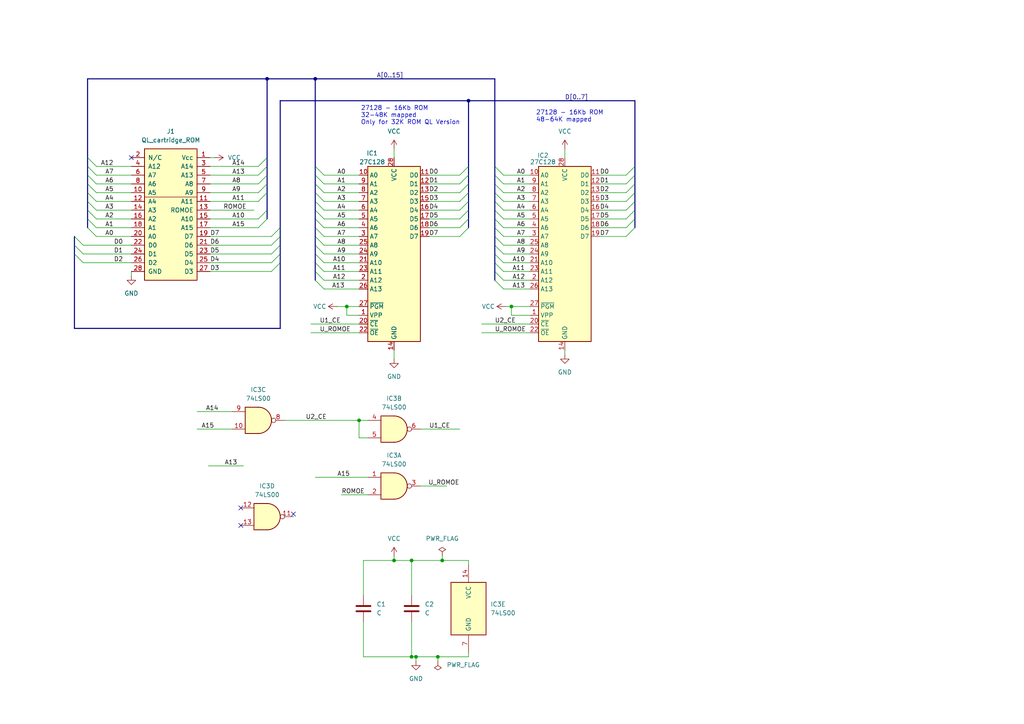
<source format=kicad_sch>
(kicad_sch (version 20211123) (generator eeschema)
  (paper "A4")
  (title_block (title "16Kb ROM Cartridge for Sinclair QL") (date "2022-02-02") (company "(c) 2022 Alvaro Alea Fdz.") (comment 1 "Use only 27C128 / 62256  / W27C512 as IC2") (comment 2 "https://ohwr.org/cern_ohl_s_v2.txt") (comment 3 "CERN Open Hardware Licence Version 2 - Strongly Reciprocal") (comment 4 "Under License"))
  (lib_symbols
    (symbol "74xx:74LS00" (pin_names (offset 1.016))
      (property "Reference" "U" (at 0 1.27 0))
      (property "Value" "74LS00" (at 0 -1.27 0))
      (symbol "74LS00_1_1"
        (arc (start 0 -3.81) (mid 3.81 0) (end 0 3.81) (stroke (width 0.254)) (fill (type background)))
        (polyline (pts (xy 0 3.81) (xy -3.81 3.81) (xy -3.81 -3.81) (xy 0 -3.81)) (stroke (width 0.254)) (fill (type background)))
        (pin input line (at -7.62 2.54 0) (length 3.81) (name "~") (number "1"))
        (pin input line (at -7.62 -2.54 0) (length 3.81) (name "~") (number "2"))
        (pin output inverted (at 7.62 0 180) (length 3.81) (name "~") (number "3"))
      )
      (symbol "74LS00_1_2"
        (arc (start -3.81 -3.81) (mid -2.589 0) (end -3.81 3.81) (stroke (width 0.254)))
        (arc (start -0.6096 -3.81) (mid 2.1855 -2.584) (end 3.81 0) (stroke (width 0.254)) (fill (type background)))
        (polyline (pts (xy -3.81 -3.81) (xy -0.635 -3.81)) (stroke (width 0.254)) (fill (type background)))
        (polyline (pts (xy -3.81 3.81) (xy -0.635 3.81)) (stroke (width 0.254)) (fill (type background)))
        (polyline (pts (xy -0.635 3.81) (xy -3.81 3.81) (xy -3.81 3.81) (xy -3.556 3.4036) (xy -3.0226 2.2606) (xy -2.6924 1.0414) (xy -2.6162 -0.254) (xy -2.7686 -1.4986) (xy -3.175 -2.7178) (xy -3.81 -3.81) (xy -3.81 -3.81) (xy -0.635 -3.81)) (stroke (width -25.4)) (fill (type background)))
        (arc (start 3.81 0) (mid 2.1928 2.5925) (end -0.6096 3.81) (stroke (width 0.254)) (fill (type background)))
        (pin input inverted (at -7.62 2.54 0) (length 4.318) (name "~") (number "1"))
        (pin input inverted (at -7.62 -2.54 0) (length 4.318) (name "~") (number "2"))
        (pin output line (at 7.62 0 180) (length 3.81) (name "~") (number "3"))
      )
      (symbol "74LS00_2_1"
        (arc (start 0 -3.81) (mid 3.81 0) (end 0 3.81) (stroke (width 0.254)) (fill (type background)))
        (polyline (pts (xy 0 3.81) (xy -3.81 3.81) (xy -3.81 -3.81) (xy 0 -3.81)) (stroke (width 0.254)) (fill (type background)))
        (pin input line (at -7.62 2.54 0) (length 3.81) (name "~") (number "4"))
        (pin input line (at -7.62 -2.54 0) (length 3.81) (name "~") (number "5"))
        (pin output inverted (at 7.62 0 180) (length 3.81) (name "~") (number "6"))
      )
      (symbol "74LS00_2_2"
        (arc (start -3.81 -3.81) (mid -2.589 0) (end -3.81 3.81) (stroke (width 0.254)))
        (arc (start -0.6096 -3.81) (mid 2.1855 -2.584) (end 3.81 0) (stroke (width 0.254)) (fill (type background)))
        (polyline (pts (xy -3.81 -3.81) (xy -0.635 -3.81)) (stroke (width 0.254)) (fill (type background)))
        (polyline (pts (xy -3.81 3.81) (xy -0.635 3.81)) (stroke (width 0.254)) (fill (type background)))
        (polyline (pts (xy -0.635 3.81) (xy -3.81 3.81) (xy -3.81 3.81) (xy -3.556 3.4036) (xy -3.0226 2.2606) (xy -2.6924 1.0414) (xy -2.6162 -0.254) (xy -2.7686 -1.4986) (xy -3.175 -2.7178) (xy -3.81 -3.81) (xy -3.81 -3.81) (xy -0.635 -3.81)) (stroke (width -25.4)) (fill (type background)))
        (arc (start 3.81 0) (mid 2.1928 2.5925) (end -0.6096 3.81) (stroke (width 0.254)) (fill (type background)))
        (pin input inverted (at -7.62 2.54 0) (length 4.318) (name "~") (number "4"))
        (pin input inverted (at -7.62 -2.54 0) (length 4.318) (name "~") (number "5"))
        (pin output line (at 7.62 0 180) (length 3.81) (name "~") (number "6"))
      )
      (symbol "74LS00_3_1"
        (arc (start 0 -3.81) (mid 3.81 0) (end 0 3.81) (stroke (width 0.254)) (fill (type background)))
        (polyline (pts (xy 0 3.81) (xy -3.81 3.81) (xy -3.81 -3.81) (xy 0 -3.81)) (stroke (width 0.254)) (fill (type background)))
        (pin input line (at -7.62 -2.54 0) (length 3.81) (name "~") (number "10"))
        (pin output inverted (at 7.62 0 180) (length 3.81) (name "~") (number "8"))
        (pin input line (at -7.62 2.54 0) (length 3.81) (name "~") (number "9"))
      )
      (symbol "74LS00_3_2"
        (arc (start -3.81 -3.81) (mid -2.589 0) (end -3.81 3.81) (stroke (width 0.254)))
        (arc (start -0.6096 -3.81) (mid 2.1855 -2.584) (end 3.81 0) (stroke (width 0.254)) (fill (type background)))
        (polyline (pts (xy -3.81 -3.81) (xy -0.635 -3.81)) (stroke (width 0.254)) (fill (type background)))
        (polyline (pts (xy -3.81 3.81) (xy -0.635 3.81)) (stroke (width 0.254)) (fill (type background)))
        (polyline (pts (xy -0.635 3.81) (xy -3.81 3.81) (xy -3.81 3.81) (xy -3.556 3.4036) (xy -3.0226 2.2606) (xy -2.6924 1.0414) (xy -2.6162 -0.254) (xy -2.7686 -1.4986) (xy -3.175 -2.7178) (xy -3.81 -3.81) (xy -3.81 -3.81) (xy -0.635 -3.81)) (stroke (width -25.4)) (fill (type background)))
        (arc (start 3.81 0) (mid 2.1928 2.5925) (end -0.6096 3.81) (stroke (width 0.254)) (fill (type background)))
        (pin input inverted (at -7.62 -2.54 0) (length 4.318) (name "~") (number "10"))
        (pin output line (at 7.62 0 180) (length 3.81) (name "~") (number "8"))
        (pin input inverted (at -7.62 2.54 0) (length 4.318) (name "~") (number "9"))
      )
      (symbol "74LS00_4_1"
        (arc (start 0 -3.81) (mid 3.81 0) (end 0 3.81) (stroke (width 0.254)) (fill (type background)))
        (polyline (pts (xy 0 3.81) (xy -3.81 3.81) (xy -3.81 -3.81) (xy 0 -3.81)) (stroke (width 0.254)) (fill (type background)))
        (pin output inverted (at 7.62 0 180) (length 3.81) (name "~") (number "11"))
        (pin input line (at -7.62 2.54 0) (length 3.81) (name "~") (number "12"))
        (pin input line (at -7.62 -2.54 0) (length 3.81) (name "~") (number "13"))
      )
      (symbol "74LS00_4_2"
        (arc (start -3.81 -3.81) (mid -2.589 0) (end -3.81 3.81) (stroke (width 0.254)))
        (arc (start -0.6096 -3.81) (mid 2.1855 -2.584) (end 3.81 0) (stroke (width 0.254)) (fill (type background)))
        (polyline (pts (xy -3.81 -3.81) (xy -0.635 -3.81)) (stroke (width 0.254)) (fill (type background)))
        (polyline (pts (xy -3.81 3.81) (xy -0.635 3.81)) (stroke (width 0.254)) (fill (type background)))
        (polyline (pts (xy -0.635 3.81) (xy -3.81 3.81) (xy -3.81 3.81) (xy -3.556 3.4036) (xy -3.0226 2.2606) (xy -2.6924 1.0414) (xy -2.6162 -0.254) (xy -2.7686 -1.4986) (xy -3.175 -2.7178) (xy -3.81 -3.81) (xy -3.81 -3.81) (xy -0.635 -3.81)) (stroke (width -25.4)) (fill (type background)))
        (arc (start 3.81 0) (mid 2.1928 2.5925) (end -0.6096 3.81) (stroke (width 0.254)) (fill (type background)))
        (pin output line (at 7.62 0 180) (length 3.81) (name "~") (number "11"))
        (pin input inverted (at -7.62 2.54 0) (length 4.318) (name "~") (number "12"))
        (pin input inverted (at -7.62 -2.54 0) (length 4.318) (name "~") (number "13"))
      )
      (symbol "74LS00_5_0"
        (pin power_in line (at 0 12.7 270) (length 5.08) (name "VCC") (number "14"))
        (pin power_in line (at 0 -12.7 90) (length 5.08) (name "GND") (number "7"))
      )
      (symbol "74LS00_5_1"
        (rectangle (start -5.08 7.62) (end 5.08 -7.62) (stroke (width 0.254)) (fill (type background)))
      )
    )
    (symbol "8bits:QL_cartridge_ROM" (pin_names (offset 1.016))
      (property "Reference" "J1" (at 1.27 27.94 0))
      (property "Value" "QL_cartridge_ROM" (at 1.27 25.4 0))
      (symbol "QL_cartridge_ROM_0_1"
        (polyline (pts (xy -6.35 8.89) (xy 8.89 8.89)))
      )
      (symbol "QL_cartridge_ROM_1_1"
        (rectangle (start -6.35 22.86) (end 8.89 -15.24) (stroke (width 0.254)) (fill (type background)))
        (pin passive line (at 12.7 20.32 180) (length 3.81) (name "Vcc") (number "1"))
        (pin passive line (at -10.16 10.16 0) (length 3.81) (name "A5") (number "10"))
        (pin passive line (at 12.7 7.62 180) (length 3.81) (name "A11") (number "11"))
        (pin passive line (at -10.16 7.62 0) (length 3.81) (name "A4") (number "12"))
        (pin passive line (at 12.7 5.08 180) (length 3.81) (name "ROMOE") (number "13"))
        (pin passive line (at -10.16 5.08 0) (length 3.81) (name "A3") (number "14"))
        (pin passive line (at 12.7 2.54 180) (length 3.81) (name "A10") (number "15"))
        (pin passive line (at -10.16 2.54 0) (length 3.81) (name "A2") (number "16"))
        (pin passive line (at 12.7 0 180) (length 3.81) (name "A15") (number "17"))
        (pin passive line (at -10.16 0 0) (length 3.81) (name "A1") (number "18"))
        (pin passive line (at 12.7 -2.54 180) (length 3.81) (name "D7") (number "19"))
        (pin passive line (at -10.16 20.32 0) (length 3.81) (name "N/C") (number "2"))
        (pin passive line (at -10.16 -2.54 0) (length 3.81) (name "A0") (number "20"))
        (pin passive line (at 12.7 -5.08 180) (length 3.81) (name "D6") (number "21"))
        (pin passive line (at -10.16 -5.08 0) (length 3.81) (name "D0") (number "22"))
        (pin passive line (at 12.7 -7.62 180) (length 3.81) (name "D5") (number "23"))
        (pin passive line (at -10.16 -7.62 0) (length 3.81) (name "D1") (number "24"))
        (pin passive line (at 12.7 -10.16 180) (length 3.81) (name "D4") (number "25"))
        (pin passive line (at -10.16 -10.16 0) (length 3.81) (name "D2") (number "26"))
        (pin passive line (at 12.7 -12.7 180) (length 3.81) (name "D3") (number "27"))
        (pin passive line (at -10.16 -12.7 0) (length 3.81) (name "GND") (number "28"))
        (pin passive line (at 12.7 17.78 180) (length 3.81) (name "A14") (number "3"))
        (pin passive line (at -10.16 17.78 0) (length 3.81) (name "A12") (number "4"))
        (pin passive line (at 12.7 15.24 180) (length 3.81) (name "A13") (number "5"))
        (pin passive line (at -10.16 15.24 0) (length 3.81) (name "A7") (number "6"))
        (pin passive line (at 12.7 12.7 180) (length 3.81) (name "A8") (number "7"))
        (pin passive line (at -10.16 12.7 0) (length 3.81) (name "A6") (number "8"))
        (pin passive line (at 12.7 10.16 180) (length 3.81) (name "A9") (number "9"))
      )
    )
    (symbol "Device:C" (pin_numbers hide) (pin_names (offset 0.254))
      (property "Reference" "C" (at 0.635 2.54 0))
      (property "Value" "C" (at 0.635 -2.54 0))
      (symbol "C_0_1"
        (polyline (pts (xy -2.032 -0.762) (xy 2.032 -0.762)) (stroke (width 0.508)))
        (polyline (pts (xy -2.032 0.762) (xy 2.032 0.762)) (stroke (width 0.508)))
      )
      (symbol "C_1_1"
        (pin passive line (at 0 3.81 270) (length 2.794) (name "~") (number "1"))
        (pin passive line (at 0 -3.81 90) (length 2.794) (name "~") (number "2"))
      )
    )
    (symbol "Memory_EPROM:27C128"
      (property "Reference" "U" (at -7.62 26.67 0))
      (property "Value" "27C128" (at 2.54 -26.67 0))
      (symbol "27C128_1_1"
        (rectangle (start -7.62 25.4) (end 7.62 -25.4) (stroke (width 0.254)) (fill (type background)))
        (pin input line (at -10.16 -17.78 0) (length 2.54) (name "VPP") (number "1"))
        (pin input line (at -10.16 22.86 0) (length 2.54) (name "A0") (number "10"))
        (pin tri_state line (at 10.16 22.86 180) (length 2.54) (name "D0") (number "11"))
        (pin tri_state line (at 10.16 20.32 180) (length 2.54) (name "D1") (number "12"))
        (pin tri_state line (at 10.16 17.78 180) (length 2.54) (name "D2") (number "13"))
        (pin power_in line (at 0 -27.94 90) (length 2.54) (name "GND") (number "14"))
        (pin tri_state line (at 10.16 15.24 180) (length 2.54) (name "D3") (number "15"))
        (pin tri_state line (at 10.16 12.7 180) (length 2.54) (name "D4") (number "16"))
        (pin tri_state line (at 10.16 10.16 180) (length 2.54) (name "D5") (number "17"))
        (pin tri_state line (at 10.16 7.62 180) (length 2.54) (name "D6") (number "18"))
        (pin tri_state line (at 10.16 5.08 180) (length 2.54) (name "D7") (number "19"))
        (pin input line (at -10.16 -7.62 0) (length 2.54) (name "A12") (number "2"))
        (pin input line (at -10.16 -20.32 0) (length 2.54) (name "~{CE}") (number "20"))
        (pin input line (at -10.16 -2.54 0) (length 2.54) (name "A10") (number "21"))
        (pin input line (at -10.16 -22.86 0) (length 2.54) (name "~{OE}") (number "22"))
        (pin input line (at -10.16 -5.08 0) (length 2.54) (name "A11") (number "23"))
        (pin input line (at -10.16 0 0) (length 2.54) (name "A9") (number "24"))
        (pin input line (at -10.16 2.54 0) (length 2.54) (name "A8") (number "25"))
        (pin input line (at -10.16 -10.16 0) (length 2.54) (name "A13") (number "26"))
        (pin input line (at -10.16 -15.24 0) (length 2.54) (name "~{PGM}") (number "27"))
        (pin power_in line (at 0 27.94 270) (length 2.54) (name "VCC") (number "28"))
        (pin input line (at -10.16 5.08 0) (length 2.54) (name "A7") (number "3"))
        (pin input line (at -10.16 7.62 0) (length 2.54) (name "A6") (number "4"))
        (pin input line (at -10.16 10.16 0) (length 2.54) (name "A5") (number "5"))
        (pin input line (at -10.16 12.7 0) (length 2.54) (name "A4") (number "6"))
        (pin input line (at -10.16 15.24 0) (length 2.54) (name "A3") (number "7"))
        (pin input line (at -10.16 17.78 0) (length 2.54) (name "A2") (number "8"))
        (pin input line (at -10.16 20.32 0) (length 2.54) (name "A1") (number "9"))
      )
    )
    (symbol "power:GND" (power) (pin_names (offset 0))
      (property "Value" "GND" (at 0 -3.81 0))
      (symbol "GND_0_1"
        (polyline (pts (xy 0 0) (xy 0 -1.27) (xy 1.27 -1.27) (xy 0 -2.54) (xy -1.27 -1.27) (xy 0 -1.27)))
      )
      (symbol "GND_1_1"
        (pin power_in line (at 0 0 270) (length 0) hide (name "GND") (number "1"))
      )
    )
    (symbol "power:PWR_FLAG" (power) (pin_numbers hide) (pin_names (offset 0) hide)
      (property "Value" "PWR_FLAG" (at 0 3.81 0))
      (symbol "PWR_FLAG_0_0"
        (pin power_out line (at 0 0 90) (length 0) (name "pwr") (number "1"))
      )
      (symbol "PWR_FLAG_0_1"
        (polyline (pts (xy 0 0) (xy 0 1.27) (xy -1.016 1.905) (xy 0 2.54) (xy 1.016 1.905) (xy 0 1.27)))
      )
    )
    (symbol "power:VCC" (power) (pin_names (offset 0))
      (property "Value" "VCC" (at 0 3.81 0))
      (symbol "VCC_0_1"
        (polyline (pts (xy -0.762 1.27) (xy 0 2.54)))
        (polyline (pts (xy 0 0) (xy 0 2.54)))
        (polyline (pts (xy 0 2.54) (xy 0.762 1.27)))
      )
      (symbol "VCC_1_1"
        (pin power_in line (at 0 0 90) (length 0) hide (name "VCC") (number "1"))
      )
    )
  )
  (junction (at 91.44 22.86))
  (junction (at 114.3 162.56))
  (junction (at 119.38 162.56))
  (junction (at 128.27 162.56))
  (junction (at 135.89 29.21))
  (junction (at 100.584 88.9))
  (junction (at 104.14 121.92))
  (junction (at 148.336 88.9))
  (junction (at 127 190.5))
  (junction (at 120.65 190.5))
  (junction (at 119.38 190.5))
  (junction (at 77.47 22.86))
  (no_connect (at 69.85 147.32))
  (no_connect (at 85.09 149.098))
  (no_connect (at 69.85 152.4))
  (no_connect (at 38.1 45.72))
  (bus_entry (at 143.51 71.12) (size 2.54 2.54))
  (bus_entry (at 91.44 50.8) (size 2.54 2.54))
  (bus_entry (at 184.15 66.04) (size -2.54 2.54))
  (bus_entry (at 25.4 53.34) (size 2.54 2.54))
  (bus_entry (at 81.28 66.04) (size -2.54 2.54))
  (bus_entry (at 135.89 50.8) (size -2.54 2.54))
  (bus_entry (at 91.44 66.04) (size 2.54 2.54))
  (bus_entry (at 143.51 53.34) (size 2.54 2.54))
  (bus_entry (at 25.4 60.96) (size 2.54 2.54))
  (bus_entry (at 77.47 60.96) (size -2.54 2.54))
  (bus_entry (at 25.4 45.72) (size 2.54 2.54))
  (bus_entry (at 77.47 48.26) (size -2.54 2.54))
  (bus_entry (at 77.47 55.88) (size -2.54 2.54))
  (bus_entry (at 184.15 55.88) (size -2.54 2.54))
  (bus_entry (at 135.89 63.5) (size -2.54 2.54))
  (bus_entry (at 143.51 63.5) (size 2.54 2.54))
  (bus_entry (at 25.4 48.26) (size 2.54 2.54))
  (bus_entry (at 143.51 55.88) (size 2.54 2.54))
  (bus_entry (at 91.44 58.42) (size 2.54 2.54))
  (bus_entry (at 81.28 68.58) (size -2.54 2.54))
  (bus_entry (at 21.59 68.58) (size 2.54 2.54))
  (bus_entry (at 184.15 50.8) (size -2.54 2.54))
  (bus_entry (at 21.59 73.66) (size 2.54 2.54))
  (bus_entry (at 25.4 63.5) (size 2.54 2.54))
  (bus_entry (at 91.44 60.96) (size 2.54 2.54))
  (bus_entry (at 25.4 58.42) (size 2.54 2.54))
  (bus_entry (at 143.51 76.2) (size 2.54 2.54))
  (bus_entry (at 143.51 68.58) (size 2.54 2.54))
  (bus_entry (at 135.89 55.88) (size -2.54 2.54))
  (bus_entry (at 184.15 58.42) (size -2.54 2.54))
  (bus_entry (at 184.15 48.26) (size -2.54 2.54))
  (bus_entry (at 135.89 48.26) (size -2.54 2.54))
  (bus_entry (at 91.44 63.5) (size 2.54 2.54))
  (bus_entry (at 77.47 53.34) (size -2.54 2.54))
  (bus_entry (at 135.89 58.42) (size -2.54 2.54))
  (bus_entry (at 135.89 60.96) (size -2.54 2.54))
  (bus_entry (at 143.51 81.28) (size 2.54 2.54))
  (bus_entry (at 143.51 73.66) (size 2.54 2.54))
  (bus_entry (at 77.47 63.5) (size -2.54 2.54))
  (bus_entry (at 91.44 71.12) (size 2.54 2.54))
  (bus_entry (at 135.89 53.34) (size -2.54 2.54))
  (bus_entry (at 91.44 53.34) (size 2.54 2.54))
  (bus_entry (at 91.44 76.2) (size 2.54 2.54))
  (bus_entry (at 184.15 60.96) (size -2.54 2.54))
  (bus_entry (at 21.59 71.12) (size 2.54 2.54))
  (bus_entry (at 77.47 50.8) (size -2.54 2.54))
  (bus_entry (at 91.44 48.26) (size 2.54 2.54))
  (bus_entry (at 91.44 68.58) (size 2.54 2.54))
  (bus_entry (at 143.51 66.04) (size 2.54 2.54))
  (bus_entry (at 81.28 73.66) (size -2.54 2.54))
  (bus_entry (at 81.28 76.2) (size -2.54 2.54))
  (bus_entry (at 25.4 55.88) (size 2.54 2.54))
  (bus_entry (at 25.4 50.8) (size 2.54 2.54))
  (bus_entry (at 184.15 63.5) (size -2.54 2.54))
  (bus_entry (at 91.44 78.74) (size 2.54 2.54))
  (bus_entry (at 143.51 60.96) (size 2.54 2.54))
  (bus_entry (at 184.15 53.34) (size -2.54 2.54))
  (bus_entry (at 91.44 73.66) (size 2.54 2.54))
  (bus_entry (at 25.4 66.04) (size 2.54 2.54))
  (bus_entry (at 135.89 66.04) (size -2.54 2.54))
  (bus_entry (at 81.28 71.12) (size -2.54 2.54))
  (bus_entry (at 143.51 58.42) (size 2.54 2.54))
  (bus_entry (at 143.51 48.26) (size 2.54 2.54))
  (bus_entry (at 91.44 55.88) (size 2.54 2.54))
  (bus_entry (at 91.44 81.28) (size 2.54 2.54))
  (bus_entry (at 143.51 78.74) (size 2.54 2.54))
  (bus_entry (at 143.51 50.8) (size 2.54 2.54))
  (bus_entry (at 77.47 45.72) (size -2.54 2.54))
  (wire (pts (xy 173.99 63.5) (xy 181.61 63.5)))
  (bus (pts (xy 143.51 55.88) (xy 143.51 58.42)))
  (bus (pts (xy 143.51 66.04) (xy 143.51 68.58)))
  (wire (pts (xy 146.05 73.66) (xy 153.67 73.66)))
  (wire (pts (xy 24.13 73.66) (xy 38.1 73.66)))
  (wire (pts (xy 146.05 81.28) (xy 153.67 81.28)))
  (bus (pts (xy 91.44 71.12) (xy 91.44 73.66)))
  (bus (pts (xy 21.59 71.12) (xy 21.59 73.66)))
  (bus (pts (xy 184.15 58.42) (xy 184.15 60.96)))
  (bus (pts (xy 81.28 76.2) (xy 81.28 95.25)))
  (bus (pts (xy 91.44 53.34) (xy 91.44 55.88)))
  (wire (pts (xy 146.05 83.82) (xy 153.67 83.82)))
  (wire (pts (xy 60.96 45.72) (xy 62.23 45.72)))
  (wire (pts (xy 120.65 190.5) (xy 120.65 191.77)))
  (wire (pts (xy 105.41 162.56) (xy 105.41 172.72)))
  (wire (pts (xy 114.3 162.56) (xy 105.41 162.56)))
  (wire (pts (xy 119.38 162.56) (xy 114.3 162.56)))
  (wire (pts (xy 128.27 162.56) (xy 119.38 162.56)))
  (wire (pts (xy 135.89 162.56) (xy 128.27 162.56)))
  (wire (pts (xy 135.89 163.83) (xy 135.89 162.56)))
  (wire (pts (xy 60.96 66.04) (xy 74.93 66.04)))
  (wire (pts (xy 90.17 93.98) (xy 104.14 93.98)))
  (bus (pts (xy 25.4 50.8) (xy 25.4 53.34)))
  (wire (pts (xy 146.05 50.8) (xy 153.67 50.8)))
  (wire (pts (xy 114.3 101.6) (xy 114.3 104.14)))
  (wire (pts (xy 93.98 66.04) (xy 104.14 66.04)))
  (wire (pts (xy 70.612 135.128) (xy 60.452 135.128)))
  (bus (pts (xy 77.47 22.86) (xy 77.47 45.72)))
  (wire (pts (xy 146.685 88.9) (xy 148.336 88.9)))
  (wire (pts (xy 93.98 55.88) (xy 104.14 55.88)))
  (wire (pts (xy 114.3 43.18) (xy 114.3 45.72)))
  (bus (pts (xy 184.15 50.8) (xy 184.15 53.34)))
  (bus (pts (xy 81.28 71.12) (xy 81.28 73.66)))
  (bus (pts (xy 143.51 58.42) (xy 143.51 60.96)))
  (bus (pts (xy 135.89 50.8) (xy 135.89 53.34)))
  (wire (pts (xy 57.15 124.46) (xy 67.31 124.46)))
  (wire (pts (xy 60.96 76.2) (xy 78.74 76.2)))
  (bus (pts (xy 91.44 63.5) (xy 91.44 66.04)))
  (bus (pts (xy 135.89 53.34) (xy 135.89 55.88)))
  (wire (pts (xy 146.05 55.88) (xy 153.67 55.88)))
  (bus (pts (xy 143.51 60.96) (xy 143.51 63.5)))
  (wire (pts (xy 100.584 88.9) (xy 104.14 88.9)))
  (wire (pts (xy 27.94 55.88) (xy 38.1 55.88)))
  (wire (pts (xy 99.06 143.51) (xy 106.68 143.51)))
  (bus (pts (xy 77.47 55.88) (xy 77.47 60.96)))
  (wire (pts (xy 124.46 60.96) (xy 133.35 60.96)))
  (wire (pts (xy 93.98 73.66) (xy 104.14 73.66)))
  (wire (pts (xy 105.41 190.5) (xy 105.41 180.34)))
  (wire (pts (xy 119.38 190.5) (xy 105.41 190.5)))
  (wire (pts (xy 120.65 190.5) (xy 119.38 190.5)))
  (wire (pts (xy 127 190.5) (xy 120.65 190.5)))
  (wire (pts (xy 135.89 189.23) (xy 135.89 190.5)))
  (wire (pts (xy 135.89 190.5) (xy 127 190.5)))
  (bus (pts (xy 25.4 58.42) (xy 25.4 60.96)))
  (wire (pts (xy 93.98 50.8) (xy 104.14 50.8)))
  (wire (pts (xy 173.99 60.96) (xy 181.61 60.96)))
  (bus (pts (xy 143.51 63.5) (xy 143.51 66.04)))
  (wire (pts (xy 146.05 71.12) (xy 153.67 71.12)))
  (bus (pts (xy 25.4 55.88) (xy 25.4 58.42)))
  (bus (pts (xy 135.89 55.88) (xy 135.89 58.42)))
  (wire (pts (xy 97.79 88.9) (xy 100.584 88.9)))
  (wire (pts (xy 93.98 60.96) (xy 104.14 60.96)))
  (bus (pts (xy 184.15 55.88) (xy 184.15 58.42)))
  (bus (pts (xy 81.28 73.66) (xy 81.28 76.2)))
  (wire (pts (xy 163.83 101.6) (xy 163.83 102.87)))
  (wire (pts (xy 128.27 161.29) (xy 128.27 162.56)))
  (wire (pts (xy 93.98 53.34) (xy 104.14 53.34)))
  (wire (pts (xy 93.98 63.5) (xy 104.14 63.5)))
  (bus (pts (xy 25.4 45.72) (xy 25.4 48.26)))
  (wire (pts (xy 146.05 58.42) (xy 153.67 58.42)))
  (bus (pts (xy 143.51 53.34) (xy 143.51 55.88)))
  (wire (pts (xy 27.94 53.34) (xy 38.1 53.34)))
  (wire (pts (xy 100.584 91.44) (xy 100.584 88.9)))
  (wire (pts (xy 121.92 140.97) (xy 129.54 140.97)))
  (bus (pts (xy 91.44 68.58) (xy 91.44 71.12)))
  (wire (pts (xy 24.13 76.2) (xy 38.1 76.2)))
  (wire (pts (xy 93.98 83.82) (xy 104.14 83.82)))
  (bus (pts (xy 81.28 66.04) (xy 81.28 68.58)))
  (bus (pts (xy 135.89 60.96) (xy 135.89 63.5)))
  (bus (pts (xy 184.15 63.5) (xy 184.15 66.04)))
  (wire (pts (xy 121.92 124.46) (xy 133.35 124.46)))
  (wire (pts (xy 146.05 76.2) (xy 153.67 76.2)))
  (wire (pts (xy 27.94 68.58) (xy 38.1 68.58)))
  (wire (pts (xy 27.94 66.04) (xy 38.1 66.04)))
  (wire (pts (xy 146.05 68.58) (xy 153.67 68.58)))
  (bus (pts (xy 135.89 48.26) (xy 135.89 50.8)))
  (wire (pts (xy 148.336 91.44) (xy 153.67 91.44)))
  (wire (pts (xy 60.96 58.42) (xy 74.93 58.42)))
  (wire (pts (xy 139.7 96.52) (xy 153.67 96.52)))
  (wire (pts (xy 173.99 55.88) (xy 181.61 55.88)))
  (bus (pts (xy 135.89 29.21) (xy 135.89 48.26)))
  (bus (pts (xy 184.15 29.21) (xy 135.89 29.21)))
  (bus (pts (xy 184.15 29.21) (xy 184.15 48.26)))
  (wire (pts (xy 146.05 78.74) (xy 153.67 78.74)))
  (wire (pts (xy 93.98 71.12) (xy 104.14 71.12)))
  (wire (pts (xy 60.96 71.12) (xy 78.74 71.12)))
  (bus (pts (xy 25.4 22.86) (xy 25.4 45.72)))
  (bus (pts (xy 77.47 22.86) (xy 25.4 22.86)))
  (bus (pts (xy 91.44 22.86) (xy 77.47 22.86)))
  (bus (pts (xy 25.4 53.34) (xy 25.4 55.88)))
  (wire (pts (xy 57.15 119.38) (xy 67.31 119.38)))
  (wire (pts (xy 163.83 43.18) (xy 163.83 45.72)))
  (bus (pts (xy 143.51 73.66) (xy 143.51 76.2)))
  (bus (pts (xy 184.15 48.26) (xy 184.15 50.8)))
  (bus (pts (xy 91.44 55.88) (xy 91.44 58.42)))
  (bus (pts (xy 143.51 78.74) (xy 143.51 81.28)))
  (wire (pts (xy 27.94 60.96) (xy 38.1 60.96)))
  (wire (pts (xy 148.336 88.9) (xy 148.336 91.44)))
  (wire (pts (xy 27.94 50.8) (xy 38.1 50.8)))
  (bus (pts (xy 184.15 53.34) (xy 184.15 55.88)))
  (wire (pts (xy 104.14 121.92) (xy 104.14 127)))
  (bus (pts (xy 135.89 63.5) (xy 135.89 66.04)))
  (wire (pts (xy 124.46 53.34) (xy 133.35 53.34)))
  (bus (pts (xy 91.44 76.2) (xy 91.44 78.74)))
  (bus (pts (xy 77.47 60.96) (xy 77.47 63.5)))
  (wire (pts (xy 104.14 121.92) (xy 106.68 121.92)))
  (wire (pts (xy 119.38 180.34) (xy 119.38 190.5)))
  (bus (pts (xy 25.4 60.96) (xy 25.4 63.5)))
  (bus (pts (xy 143.51 68.58) (xy 143.51 71.12)))
  (wire (pts (xy 60.96 68.58) (xy 78.74 68.58)))
  (bus (pts (xy 77.47 48.26) (xy 77.47 50.8)))
  (wire (pts (xy 60.96 78.74) (xy 78.74 78.74)))
  (wire (pts (xy 146.05 53.34) (xy 153.67 53.34)))
  (wire (pts (xy 146.05 60.96) (xy 153.67 60.96)))
  (wire (pts (xy 114.3 161.29) (xy 114.3 162.56)))
  (wire (pts (xy 173.99 53.34) (xy 181.61 53.34)))
  (bus (pts (xy 91.44 78.74) (xy 91.44 81.28)))
  (wire (pts (xy 124.46 50.8) (xy 133.35 50.8)))
  (wire (pts (xy 127 190.5) (xy 127 191.77)))
  (bus (pts (xy 143.51 50.8) (xy 143.51 53.34)))
  (wire (pts (xy 60.96 63.5) (xy 74.93 63.5)))
  (bus (pts (xy 143.51 71.12) (xy 143.51 73.66)))
  (bus (pts (xy 91.44 22.86) (xy 91.44 48.26)))
  (bus (pts (xy 143.51 22.86) (xy 91.44 22.86)))
  (bus (pts (xy 143.51 22.86) (xy 143.51 48.26)))
  (wire (pts (xy 93.98 78.74) (xy 104.14 78.74)))
  (bus (pts (xy 77.47 45.72) (xy 77.47 48.26)))
  (wire (pts (xy 90.17 96.52) (xy 104.14 96.52)))
  (bus (pts (xy 91.44 73.66) (xy 91.44 76.2)))
  (wire (pts (xy 24.13 71.12) (xy 38.1 71.12)))
  (wire (pts (xy 119.38 162.56) (xy 119.38 172.72)))
  (bus (pts (xy 143.51 48.26) (xy 143.51 50.8)))
  (wire (pts (xy 100.584 91.44) (xy 104.14 91.44)))
  (wire (pts (xy 38.1 78.74) (xy 38.1 80.01)))
  (wire (pts (xy 124.46 58.42) (xy 133.35 58.42)))
  (wire (pts (xy 93.98 81.28) (xy 104.14 81.28)))
  (bus (pts (xy 25.4 63.5) (xy 25.4 66.04)))
  (bus (pts (xy 143.51 76.2) (xy 143.51 78.74)))
  (bus (pts (xy 21.59 68.58) (xy 21.59 71.12)))
  (bus (pts (xy 81.28 29.21) (xy 81.28 66.04)))
  (bus (pts (xy 81.28 95.25) (xy 21.59 95.25)))
  (bus (pts (xy 135.89 29.21) (xy 81.28 29.21)))
  (wire (pts (xy 173.99 58.42) (xy 181.61 58.42)))
  (wire (pts (xy 124.46 66.04) (xy 133.35 66.04)))
  (wire (pts (xy 124.46 63.5) (xy 133.35 63.5)))
  (wire (pts (xy 60.96 73.66) (xy 78.74 73.66)))
  (wire (pts (xy 93.98 68.58) (xy 104.14 68.58)))
  (wire (pts (xy 173.99 50.8) (xy 181.61 50.8)))
  (bus (pts (xy 91.44 58.42) (xy 91.44 60.96)))
  (wire (pts (xy 60.96 50.8) (xy 74.93 50.8)))
  (wire (pts (xy 93.98 58.42) (xy 104.14 58.42)))
  (wire (pts (xy 124.46 55.88) (xy 133.35 55.88)))
  (bus (pts (xy 77.47 53.34) (xy 77.47 55.88)))
  (wire (pts (xy 27.94 48.26) (xy 38.1 48.26)))
  (wire (pts (xy 104.14 127) (xy 106.68 127)))
  (wire (pts (xy 146.05 63.5) (xy 153.67 63.5)))
  (wire (pts (xy 148.336 88.9) (xy 153.67 88.9)))
  (bus (pts (xy 21.59 73.66) (xy 21.59 95.25)))
  (wire (pts (xy 139.7 93.98) (xy 153.67 93.98)))
  (wire (pts (xy 93.98 76.2) (xy 104.14 76.2)))
  (bus (pts (xy 91.44 66.04) (xy 91.44 68.58)))
  (bus (pts (xy 91.44 48.26) (xy 91.44 50.8)))
  (wire (pts (xy 82.55 121.92) (xy 104.14 121.92)))
  (bus (pts (xy 135.89 58.42) (xy 135.89 60.96)))
  (wire (pts (xy 27.94 63.5) (xy 38.1 63.5)))
  (wire (pts (xy 60.96 60.96) (xy 73.66 60.96)))
  (wire (pts (xy 91.44 138.43) (xy 106.68 138.43)))
  (bus (pts (xy 91.44 60.96) (xy 91.44 63.5)))
  (wire (pts (xy 124.46 68.58) (xy 133.35 68.58)))
  (bus (pts (xy 77.47 50.8) (xy 77.47 53.34)))
  (wire (pts (xy 146.05 66.04) (xy 153.67 66.04)))
  (bus (pts (xy 25.4 48.26) (xy 25.4 50.8)))
  (wire (pts (xy 60.96 55.88) (xy 74.93 55.88)))
  (wire (pts (xy 173.99 66.04) (xy 181.61 66.04)))
  (bus (pts (xy 184.15 60.96) (xy 184.15 63.5)))
  (bus (pts (xy 81.28 68.58) (xy 81.28 71.12)))
  (wire (pts (xy 27.94 58.42) (xy 38.1 58.42)))
  (bus (pts (xy 91.44 50.8) (xy 91.44 53.34)))
  (wire (pts (xy 173.99 68.58) (xy 181.61 68.58)))
  (wire (pts (xy 60.96 53.34) (xy 74.93 53.34)))
  (wire (pts (xy 60.96 48.26) (xy 74.93 48.26)))
  (text "27128 - 16Kb ROM\n32-48K mapped\nOnly for 32K ROM QL Version" (at 104.648 36.322 0) (effects (font (size 1.27 1.27)) (justify left bottom)))
  (text "27128 - 16Kb ROM\n48-64K mapped" (at 155.448 35.56 0) (effects (font (size 1.27 1.27)) (justify left bottom)))
  (label "D3" (at 60.96 78.74 0))
  (label "A10" (at 148.59 76.2 0))
  (label "A13" (at 148.59 83.82 0))
  (label "D3" (at 124.46 58.42 0))
  (label "A[0..15]" (at 109.22 22.86 0))
  (label "U1_CE" (at 92.71 93.98 0))
  (label "A11" (at 148.59 78.74 0))
  (label "A2" (at 30.48 63.5 0))
  (label "D4" (at 124.46 60.96 0))
  (label "A9" (at 149.86 73.66 0))
  (label "D1" (at 33.02 73.66 0))
  (label "A4" (at 30.48 58.42 0))
  (label "A4" (at 149.86 60.96 0))
  (label "D5" (at 60.96 73.66 0))
  (label "D7" (at 60.96 68.58 0))
  (label "A7" (at 30.48 50.8 0))
  (label "A13" (at 67.31 50.8 0))
  (label "D[0..7]" (at 163.83 29.21 0))
  (label "A4" (at 97.79 60.96 0))
  (label "A5" (at 30.48 55.88 0))
  (label "D5" (at 124.46 63.5 0))
  (label "A0" (at 97.79 50.8 0))
  (label "A6" (at 149.86 66.04 0))
  (label "A3" (at 30.48 60.96 0))
  (label "A6" (at 97.79 66.04 0))
  (label "A5" (at 97.79 63.5 0))
  (label "A8" (at 149.86 71.12 0))
  (label "D2" (at 124.46 55.88 0))
  (label "A9" (at 97.79 73.66 0))
  (label "A12" (at 29.21 48.26 0))
  (label "D2" (at 173.99 55.88 0))
  (label "A11" (at 67.31 58.42 0))
  (label "D0" (at 173.99 50.8 0))
  (label "A15" (at 58.42 124.46 0))
  (label "A1" (at 97.79 53.34 0))
  (label "D2" (at 33.02 76.2 0))
  (label "D1" (at 173.99 53.34 0))
  (label "A13" (at 96.266 83.82 0))
  (label "A3" (at 149.86 58.42 0))
  (label "D0" (at 124.46 50.8 0))
  (label "D3" (at 173.99 58.42 0))
  (label "A14" (at 59.69 119.38 0))
  (label "D4" (at 173.99 60.96 0))
  (label "ROMOE" (at 99.06 143.51 0))
  (label "A6" (at 30.48 53.34 0))
  (label "A9" (at 67.31 55.88 0))
  (label "A7" (at 97.79 68.58 0))
  (label "A12" (at 96.52 81.28 0))
  (label "A2" (at 149.86 55.88 0))
  (label "U2_CE" (at 88.646 121.92 0))
  (label "A15" (at 97.79 138.43 0))
  (label "A10" (at 96.52 76.2 0))
  (label "A3" (at 97.79 58.42 0))
  (label "D7" (at 173.99 68.58 0))
  (label "U_ROMOE" (at 143.51 96.52 0))
  (label "A8" (at 97.79 71.12 0))
  (label "U_ROMOE" (at 92.71 96.52 0))
  (label "A15" (at 67.31 66.04 0))
  (label "A13" (at 68.834 135.128 180))
  (label "U2_CE" (at 143.51 93.98 0))
  (label "A1" (at 30.48 66.04 0))
  (label "A10" (at 67.31 63.5 0))
  (label "D6" (at 124.46 66.04 0))
  (label "U_ROMOE" (at 124.206 140.97 0))
  (label "D7" (at 124.46 68.58 0))
  (label "D6" (at 60.96 71.12 0))
  (label "A11" (at 96.52 78.74 0))
  (label "U1_CE" (at 124.46 124.46 0))
  (label "ROMOE" (at 64.77 60.96 0))
  (label "A0" (at 30.48 68.58 0))
  (label "A2" (at 97.79 55.88 0))
  (label "A12" (at 148.59 81.28 0))
  (label "A0" (at 149.86 50.8 0))
  (label "A5" (at 149.86 63.5 0))
  (label "D6" (at 173.99 66.04 0))
  (label "D4" (at 60.96 76.2 0))
  (label "A7" (at 149.86 68.58 0))
  (label "A14" (at 67.31 48.26 0))
  (label "A8" (at 67.31 53.34 0))
  (label "D0" (at 33.02 71.12 0))
  (label "A1" (at 149.86 53.34 0))
  (label "D5" (at 173.99 63.5 0))
  (label "D1" (at 124.46 53.34 0))
  (symbol (lib_id "power:GND") (at 120.65 191.77 0) (unit 1)
    (property "Reference" "#PWR06" (effects hide))
    (property "Value" "GND" (at 120.65 196.85 0))
  )
  (symbol (lib_id "power:VCC") (at 146.685 88.9 90) (unit 1)
    (property "Reference" "#PWR0102" (effects hide))
    (property "Value" "VCC" (at 139.7 88.8999 90) (effects (justify right)))
  )
  (symbol (lib_id "power:PWR_FLAG") (at 127 191.77 180) (unit 1)
    (property "Reference" "#FLG01" (effects hide))
    (property "Value" "PWR_FLAG" (at 129.54 192.8494 0) (effects (justify right)))
  )
  (symbol (lib_id "power:GND") (at 38.1 80.01 0) (unit 1)
    (property "Reference" "#PWR01" (effects hide))
    (property "Value" "GND" (at 38.1 85.09 0))
  )
  (symbol (lib_id "8bits:QL_cartridge_ROM") (at 48.26 66.04 0) (unit 1)
    (property "Reference" "J1" (at 49.53 38.1 0))
    (property "Value" "QL_cartridge_ROM" (at 49.53 40.64 0))
    (property "Footprint" "8bits:CART_QL_EDGE" (effects hide))
  )
  (symbol (lib_id "Memory_EPROM:27C128") (at 114.3 73.66 0) (unit 1)
    (property "Reference" "IC1" (at 107.95 44.45 0))
    (property "Value" "27C128" (at 107.95 46.99 0))
    (property "Footprint" "Package_DIP:DIP-28_W15.24mm" (effects hide))
    (property "Datasheet" "http://ww1.microchip.com/downloads/en/devicedoc/11003L.pdf" (effects hide))
  )
  (symbol (lib_id "74xx:74LS00") (at 74.93 121.92 0) (unit 3)
    (property "Reference" "IC3" (at 74.93 113.03 0))
    (property "Value" "74LS00" (at 74.93 115.57 0))
    (property "Footprint" "Package_DIP:DIP-14_W7.62mm" (effects hide))
    (property "Datasheet" "http://www.ti.com/lit/gpn/sn74ls00" (effects hide))
  )
  (symbol (lib_id "74xx:74LS00") (at 114.3 124.46 0) (unit 2)
    (property "Reference" "IC3" (at 114.3 115.57 0))
    (property "Value" "74LS00" (at 114.3 118.11 0))
    (property "Footprint" "Package_DIP:DIP-14_W7.62mm" (effects hide))
    (property "Datasheet" "http://www.ti.com/lit/gpn/sn74ls00" (effects hide))
  )
  (symbol (lib_id "74xx:74LS00") (at 77.47 149.86 0) (unit 4)
    (property "Reference" "IC3" (at 77.47 140.97 0))
    (property "Value" "74LS00" (at 77.47 143.51 0))
    (property "Footprint" "Package_DIP:DIP-14_W7.62mm" (effects hide))
    (property "Datasheet" "http://www.ti.com/lit/gpn/sn74ls00" (effects hide))
  )
  (symbol (lib_id "power:GND") (at 114.3 104.14 0) (unit 1)
    (property "Reference" "#PWR04" (effects hide))
    (property "Value" "GND" (at 114.3 109.22 0))
  )
  (symbol (lib_id "power:PWR_FLAG") (at 128.27 161.29 0) (unit 1)
    (property "Reference" "#FLG02" (effects hide))
    (property "Value" "PWR_FLAG" (at 128.27 156.21 0))
  )
  (symbol (lib_id "power:VCC") (at 163.83 43.18 0) (unit 1)
    (property "Reference" "#PWR07" (effects hide))
    (property "Value" "VCC" (at 163.83 38.1 0))
  )
  (symbol (lib_id "power:VCC") (at 97.79 88.9 90) (unit 1)
    (property "Reference" "#PWR0101" (effects hide))
    (property "Value" "VCC" (at 90.805 88.8999 90) (effects (justify right)))
  )
  (symbol (lib_id "power:VCC") (at 62.23 45.72 270) (unit 1)
    (property "Reference" "#PWR02" (effects hide))
    (property "Value" "VCC" (at 66.04 45.7199 90) (effects (justify left)))
  )
  (symbol (lib_id "Device:C") (at 119.38 176.53 0) (unit 1)
    (property "Reference" "C2" (at 123.19 175.2599 0) (effects (justify left)))
    (property "Value" "C" (at 123.19 177.7999 0) (effects (justify left)))
    (property "Footprint" "Capacitor_THT:C_Axial_L3.8mm_D2.6mm_P12.50mm_Horizontal" (effects hide))
  )
  (symbol (lib_id "74xx:74LS00") (at 114.3 140.97 0) (unit 1)
    (property "Reference" "IC3" (at 114.3 132.08 0))
    (property "Value" "74LS00" (at 114.3 134.62 0))
    (property "Footprint" "Package_DIP:DIP-14_W7.62mm" (effects hide))
    (property "Datasheet" "http://www.ti.com/lit/gpn/sn74ls00" (effects hide))
  )
  (symbol (lib_id "74xx:74LS00") (at 135.89 176.53 0) (unit 5)
    (property "Reference" "IC3" (at 142.24 175.2599 0) (effects (justify left)))
    (property "Value" "74LS00" (at 142.24 177.7999 0) (effects (justify left)))
    (property "Footprint" "Package_DIP:DIP-14_W7.62mm" (effects hide))
    (property "Datasheet" "http://www.ti.com/lit/gpn/sn74ls00" (effects hide))
  )
  (symbol (lib_id "power:VCC") (at 114.3 43.18 0) (unit 1)
    (property "Reference" "#PWR03" (effects hide))
    (property "Value" "VCC" (at 114.3 38.1 0))
  )
  (symbol (lib_id "power:VCC") (at 114.3 161.29 0) (unit 1)
    (property "Reference" "#PWR05" (effects hide))
    (property "Value" "VCC" (at 114.3 156.21 0))
  )
  (symbol (lib_id "Memory_EPROM:27C128") (at 163.83 73.66 0) (unit 1)
    (property "Reference" "IC2" (at 157.48 45.085 0))
    (property "Value" "27C128" (at 157.48 46.99 0))
    (property "Footprint" "Package_DIP:DIP-28_W15.24mm" (effects hide))
    (property "Datasheet" "http://ww1.microchip.com/downloads/en/devicedoc/11003L.pdf" (effects hide))
  )
  (symbol (lib_id "power:GND") (at 163.83 102.87 0) (unit 1)
    (property "Reference" "#PWR08" (effects hide))
    (property "Value" "GND" (at 163.83 107.95 0))
  )
  (symbol (lib_id "Device:C") (at 105.41 176.53 0) (unit 1)
    (property "Reference" "C1" (at 109.22 175.2599 0) (effects (justify left)))
    (property "Value" "C" (at 109.22 177.7999 0) (effects (justify left)))
    (property "Footprint" "Capacitor_THT:C_Axial_L3.8mm_D2.6mm_P12.50mm_Horizontal" (effects hide))
  )
)
</source>
